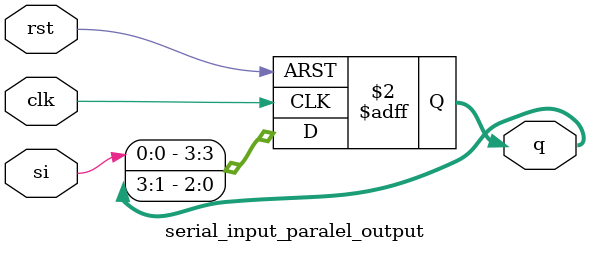
<source format=v>
module serial_input_paralel_output(si,q,clk,rst);
  output [3:0] q;
  input si,clk,rst;
  reg [3:0] q;
  
  always @ (posedge clk or posedge rst)
  begin
  if(rst)
    q<=4'b0;
  else
    q<={si,q[3:1]};
  end
endmodule

</source>
